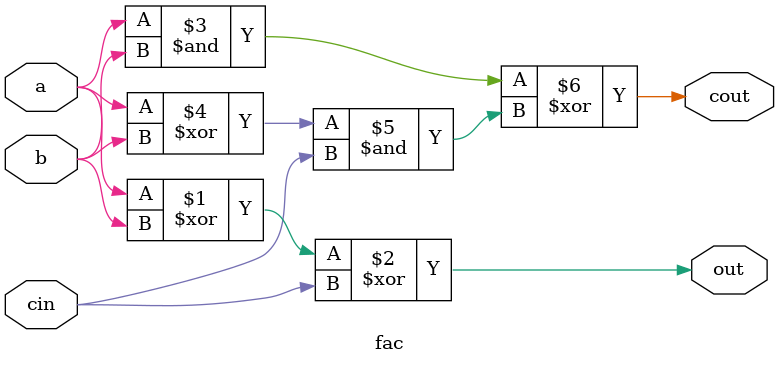
<source format=v>
module fac(
    input a, b, cin,
    output out, cout
);
    assign out = (a ^ b) ^ cin;
    assign cout = (a & b) ^ ((a ^ b) & cin);
endmodule
</source>
